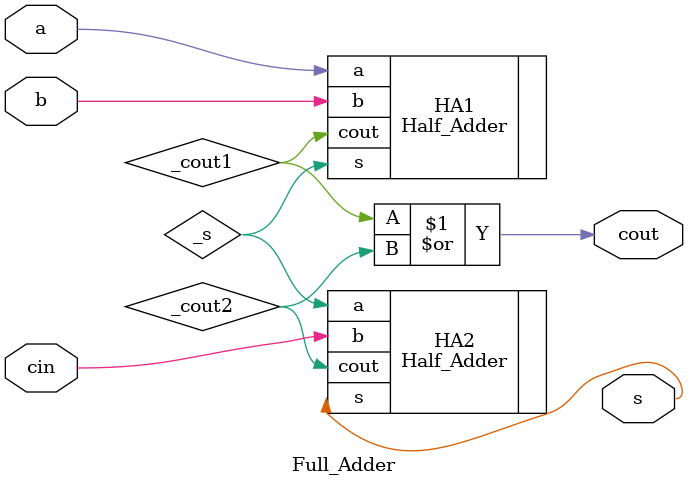
<source format=v>
`include "../Half_Adder/Half_Adder.v"

module Full_Adder (
    output wire s,cout,
    input wire a,b,cin
);
    wire _s, _cout1, _cout2;

    Half_Adder HA1 (.s(_s),.cout(_cout1),.a(a),.b(b));
    Half_Adder HA2 (.s(s),.cout(_cout2),.a(_s),.b(cin));
    or or1 (cout,_cout1,_cout2);
endmodule
</source>
